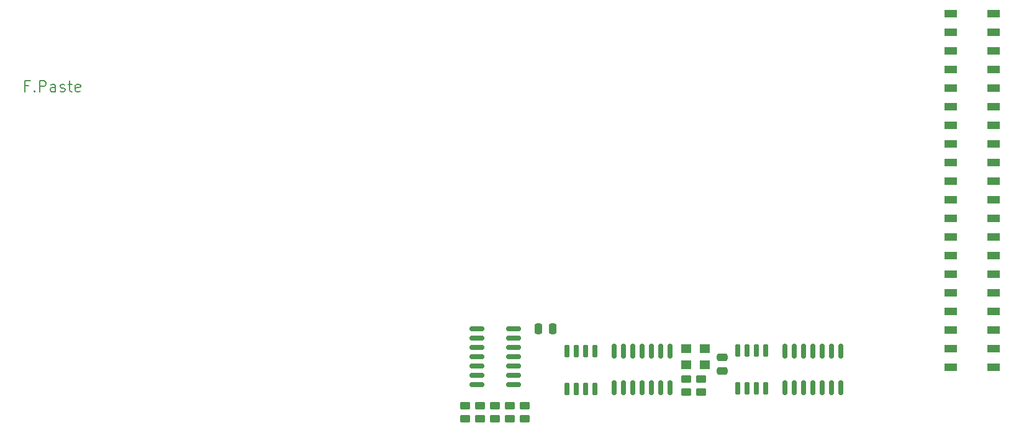
<source format=gbr>
%TF.GenerationSoftware,KiCad,Pcbnew,9.0.1-9.0.1-0~ubuntu24.04.1*%
%TF.CreationDate,2025-04-26T12:20:13-07:00*%
%TF.ProjectId,NX-IndicatorBoard,4e582d49-6e64-4696-9361-746f72426f61,1*%
%TF.SameCoordinates,Original*%
%TF.FileFunction,Paste,Top*%
%TF.FilePolarity,Positive*%
%FSLAX46Y46*%
G04 Gerber Fmt 4.6, Leading zero omitted, Abs format (unit mm)*
G04 Created by KiCad (PCBNEW 9.0.1-9.0.1-0~ubuntu24.04.1) date 2025-04-26 12:20:13*
%MOMM*%
%LPD*%
G01*
G04 APERTURE LIST*
G04 Aperture macros list*
%AMRoundRect*
0 Rectangle with rounded corners*
0 $1 Rounding radius*
0 $2 $3 $4 $5 $6 $7 $8 $9 X,Y pos of 4 corners*
0 Add a 4 corners polygon primitive as box body*
4,1,4,$2,$3,$4,$5,$6,$7,$8,$9,$2,$3,0*
0 Add four circle primitives for the rounded corners*
1,1,$1+$1,$2,$3*
1,1,$1+$1,$4,$5*
1,1,$1+$1,$6,$7*
1,1,$1+$1,$8,$9*
0 Add four rect primitives between the rounded corners*
20,1,$1+$1,$2,$3,$4,$5,0*
20,1,$1+$1,$4,$5,$6,$7,0*
20,1,$1+$1,$6,$7,$8,$9,0*
20,1,$1+$1,$8,$9,$2,$3,0*%
G04 Aperture macros list end*
%ADD10C,0.187500*%
%ADD11RoundRect,0.150000X0.150000X-0.825000X0.150000X0.825000X-0.150000X0.825000X-0.150000X-0.825000X0*%
%ADD12R,1.400000X1.200000*%
%ADD13RoundRect,0.150000X-0.150000X0.725000X-0.150000X-0.725000X0.150000X-0.725000X0.150000X0.725000X0*%
%ADD14RoundRect,0.250000X-0.450000X0.262500X-0.450000X-0.262500X0.450000X-0.262500X0.450000X0.262500X0*%
%ADD15R,1.780000X1.020000*%
%ADD16RoundRect,0.250000X0.475000X-0.250000X0.475000X0.250000X-0.475000X0.250000X-0.475000X-0.250000X0*%
%ADD17RoundRect,0.150000X-0.825000X-0.150000X0.825000X-0.150000X0.825000X0.150000X-0.825000X0.150000X0*%
%ADD18RoundRect,0.250000X-0.250000X-0.475000X0.250000X-0.475000X0.250000X0.475000X-0.250000X0.475000X0*%
G04 APERTURE END LIST*
D10*
X29377697Y-65695964D02*
X28877697Y-65695964D01*
X28877697Y-66481678D02*
X28877697Y-64981678D01*
X28877697Y-64981678D02*
X29591983Y-64981678D01*
X30163411Y-66338821D02*
X30234840Y-66410250D01*
X30234840Y-66410250D02*
X30163411Y-66481678D01*
X30163411Y-66481678D02*
X30091983Y-66410250D01*
X30091983Y-66410250D02*
X30163411Y-66338821D01*
X30163411Y-66338821D02*
X30163411Y-66481678D01*
X30877697Y-66481678D02*
X30877697Y-64981678D01*
X30877697Y-64981678D02*
X31449126Y-64981678D01*
X31449126Y-64981678D02*
X31591983Y-65053107D01*
X31591983Y-65053107D02*
X31663412Y-65124535D01*
X31663412Y-65124535D02*
X31734840Y-65267392D01*
X31734840Y-65267392D02*
X31734840Y-65481678D01*
X31734840Y-65481678D02*
X31663412Y-65624535D01*
X31663412Y-65624535D02*
X31591983Y-65695964D01*
X31591983Y-65695964D02*
X31449126Y-65767392D01*
X31449126Y-65767392D02*
X30877697Y-65767392D01*
X33020555Y-66481678D02*
X33020555Y-65695964D01*
X33020555Y-65695964D02*
X32949126Y-65553107D01*
X32949126Y-65553107D02*
X32806269Y-65481678D01*
X32806269Y-65481678D02*
X32520555Y-65481678D01*
X32520555Y-65481678D02*
X32377697Y-65553107D01*
X33020555Y-66410250D02*
X32877697Y-66481678D01*
X32877697Y-66481678D02*
X32520555Y-66481678D01*
X32520555Y-66481678D02*
X32377697Y-66410250D01*
X32377697Y-66410250D02*
X32306269Y-66267392D01*
X32306269Y-66267392D02*
X32306269Y-66124535D01*
X32306269Y-66124535D02*
X32377697Y-65981678D01*
X32377697Y-65981678D02*
X32520555Y-65910250D01*
X32520555Y-65910250D02*
X32877697Y-65910250D01*
X32877697Y-65910250D02*
X33020555Y-65838821D01*
X33663412Y-66410250D02*
X33806269Y-66481678D01*
X33806269Y-66481678D02*
X34091983Y-66481678D01*
X34091983Y-66481678D02*
X34234840Y-66410250D01*
X34234840Y-66410250D02*
X34306269Y-66267392D01*
X34306269Y-66267392D02*
X34306269Y-66195964D01*
X34306269Y-66195964D02*
X34234840Y-66053107D01*
X34234840Y-66053107D02*
X34091983Y-65981678D01*
X34091983Y-65981678D02*
X33877698Y-65981678D01*
X33877698Y-65981678D02*
X33734840Y-65910250D01*
X33734840Y-65910250D02*
X33663412Y-65767392D01*
X33663412Y-65767392D02*
X33663412Y-65695964D01*
X33663412Y-65695964D02*
X33734840Y-65553107D01*
X33734840Y-65553107D02*
X33877698Y-65481678D01*
X33877698Y-65481678D02*
X34091983Y-65481678D01*
X34091983Y-65481678D02*
X34234840Y-65553107D01*
X34734841Y-65481678D02*
X35306269Y-65481678D01*
X34949126Y-64981678D02*
X34949126Y-66267392D01*
X34949126Y-66267392D02*
X35020555Y-66410250D01*
X35020555Y-66410250D02*
X35163412Y-66481678D01*
X35163412Y-66481678D02*
X35306269Y-66481678D01*
X36377698Y-66410250D02*
X36234841Y-66481678D01*
X36234841Y-66481678D02*
X35949127Y-66481678D01*
X35949127Y-66481678D02*
X35806269Y-66410250D01*
X35806269Y-66410250D02*
X35734841Y-66267392D01*
X35734841Y-66267392D02*
X35734841Y-65695964D01*
X35734841Y-65695964D02*
X35806269Y-65553107D01*
X35806269Y-65553107D02*
X35949127Y-65481678D01*
X35949127Y-65481678D02*
X36234841Y-65481678D01*
X36234841Y-65481678D02*
X36377698Y-65553107D01*
X36377698Y-65553107D02*
X36449127Y-65695964D01*
X36449127Y-65695964D02*
X36449127Y-65838821D01*
X36449127Y-65838821D02*
X35734841Y-65981678D01*
D11*
%TO.C,U3*%
X109170500Y-106869000D03*
X110440500Y-106869000D03*
X111710500Y-106869000D03*
X112980500Y-106869000D03*
X114250500Y-106869000D03*
X115520500Y-106869000D03*
X116790500Y-106869000D03*
X116790500Y-101919000D03*
X115520500Y-101919000D03*
X114250500Y-101919000D03*
X112980500Y-101919000D03*
X111710500Y-101919000D03*
X110440500Y-101919000D03*
X109170500Y-101919000D03*
%TD*%
D12*
%TO.C,U4*%
X121564400Y-101590600D03*
X119024400Y-101590600D03*
X119024400Y-103790600D03*
X121564400Y-103790600D03*
%TD*%
D13*
%TO.C,U5*%
X129819400Y-101844400D03*
X128549400Y-101844400D03*
X127279400Y-101844400D03*
X126009400Y-101844400D03*
X126009400Y-106994400D03*
X127279400Y-106994400D03*
X128549400Y-106994400D03*
X129819400Y-106994400D03*
%TD*%
D14*
%TO.C,R3*%
X92964000Y-109323500D03*
X92964000Y-111148500D03*
%TD*%
D15*
%TO.C,J5*%
X160910000Y-104130000D03*
X155090000Y-104130000D03*
X160910000Y-101590000D03*
X155090000Y-101590000D03*
X160910000Y-99050000D03*
X155090000Y-99050000D03*
X160910000Y-96510000D03*
X155090000Y-96510000D03*
X160910000Y-93970000D03*
X155090000Y-93970000D03*
X160910000Y-91430000D03*
X155090000Y-91430000D03*
X160910000Y-88890000D03*
X155090000Y-88890000D03*
X160910000Y-86350000D03*
X155090000Y-86350000D03*
X160910000Y-83810000D03*
X155090000Y-83810000D03*
X160910000Y-81270000D03*
X155090000Y-81270000D03*
X160910000Y-78730000D03*
X155090000Y-78730000D03*
X160910000Y-76190000D03*
X155090000Y-76190000D03*
X160910000Y-73650000D03*
X155090000Y-73650000D03*
X160910000Y-71110000D03*
X155090000Y-71110000D03*
X160910000Y-68570000D03*
X155090000Y-68570000D03*
X160910000Y-66030000D03*
X155090000Y-66030000D03*
X160910000Y-63490000D03*
X155090000Y-63490000D03*
X160910000Y-60950000D03*
X155090000Y-60950000D03*
X160910000Y-58410000D03*
X155090000Y-58410000D03*
X160910000Y-55870000D03*
X155090000Y-55870000D03*
%TD*%
D11*
%TO.C,U6*%
X132461000Y-106869000D03*
X133731000Y-106869000D03*
X135001000Y-106869000D03*
X136271000Y-106869000D03*
X137541000Y-106869000D03*
X138811000Y-106869000D03*
X140081000Y-106869000D03*
X140081000Y-101919000D03*
X138811000Y-101919000D03*
X137541000Y-101919000D03*
X136271000Y-101919000D03*
X135001000Y-101919000D03*
X133731000Y-101919000D03*
X132461000Y-101919000D03*
%TD*%
D14*
%TO.C,R5*%
X97028000Y-109323500D03*
X97028000Y-111148500D03*
%TD*%
%TO.C,R1*%
X88900000Y-109323500D03*
X88900000Y-111148500D03*
%TD*%
D16*
%TO.C,C2*%
X123952000Y-104607400D03*
X123952000Y-102707400D03*
%TD*%
D13*
%TO.C,U2*%
X106527600Y-101869800D03*
X105257600Y-101869800D03*
X103987600Y-101869800D03*
X102717600Y-101869800D03*
X102717600Y-107019800D03*
X103987600Y-107019800D03*
X105257600Y-107019800D03*
X106527600Y-107019800D03*
%TD*%
D14*
%TO.C,R4*%
X94996000Y-109323500D03*
X94996000Y-111148500D03*
%TD*%
%TO.C,R6*%
X119024400Y-105665900D03*
X119024400Y-107490900D03*
%TD*%
%TO.C,R7*%
X121058106Y-105665090D03*
X121058106Y-107490090D03*
%TD*%
%TO.C,R2*%
X90932000Y-109323500D03*
X90932000Y-111148500D03*
%TD*%
D17*
%TO.C,U1*%
X90489000Y-98883500D03*
X90489000Y-100153500D03*
X90489000Y-101423500D03*
X90489000Y-102693500D03*
X90489000Y-103963500D03*
X90489000Y-105233500D03*
X90489000Y-106503500D03*
X95439000Y-106503500D03*
X95439000Y-105233500D03*
X95439000Y-103963500D03*
X95439000Y-102693500D03*
X95439000Y-101423500D03*
X95439000Y-100153500D03*
X95439000Y-98883500D03*
%TD*%
D18*
%TO.C,C1*%
X98872000Y-98882200D03*
X100772000Y-98882200D03*
%TD*%
M02*

</source>
